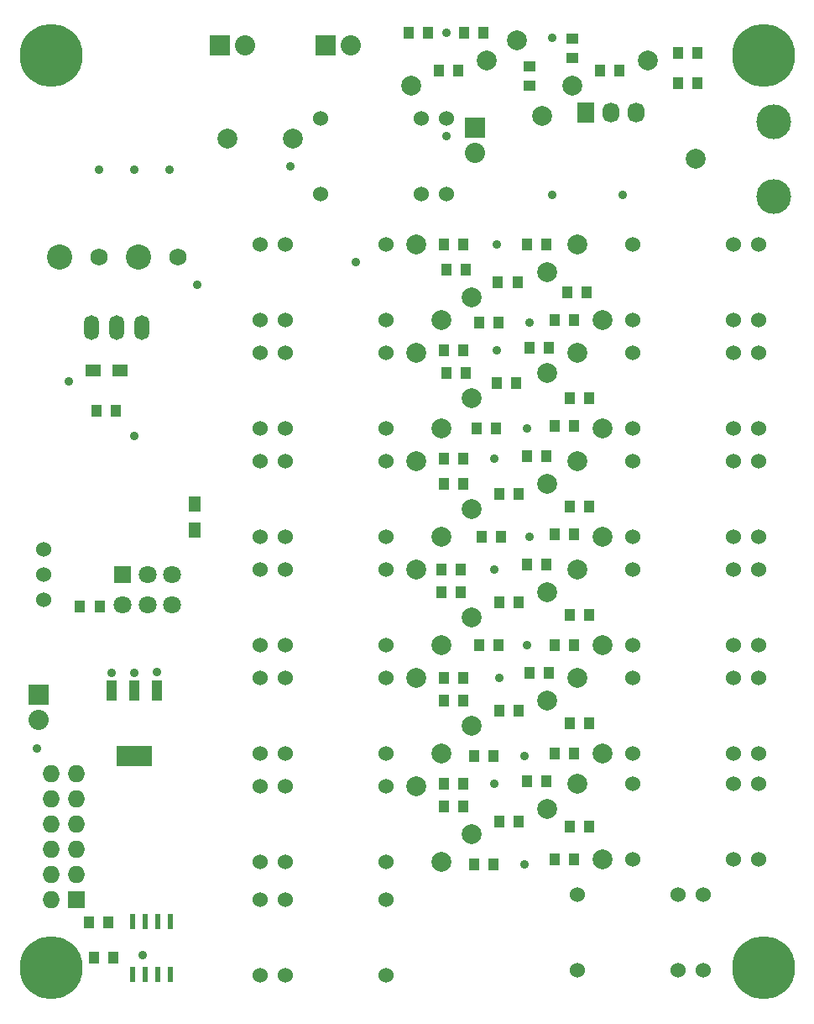
<source format=gts>
%FSLAX46Y46*%
G04 Gerber Fmt 4.6, Leading zero omitted, Abs format (unit mm)*
G04 Created by KiCad (PCBNEW (2014-10-27 BZR 5228)-product) date 07/09/2015 07:41:15*
%MOMM*%
G01*
G04 APERTURE LIST*
%ADD10C,0.100000*%
%ADD11R,1.000000X1.250000*%
%ADD12R,1.250000X1.000000*%
%ADD13C,3.500000*%
%ADD14C,2.000000*%
%ADD15C,1.524000*%
%ADD16C,6.350000*%
%ADD17R,2.032000X2.032000*%
%ADD18O,2.032000X2.032000*%
%ADD19O,1.501140X2.499360*%
%ADD20R,1.500000X1.300000*%
%ADD21C,2.540000*%
%ADD22C,1.727200*%
%ADD23C,1.998980*%
%ADD24R,1.300000X1.500000*%
%ADD25R,0.600000X1.550000*%
%ADD26R,1.727200X1.727200*%
%ADD27O,1.727200X1.727200*%
%ADD28R,3.657600X2.032000*%
%ADD29R,1.016000X2.032000*%
%ADD30R,1.800000X1.800000*%
%ADD31C,1.800000*%
%ADD32R,1.727200X2.032000*%
%ADD33O,1.727200X2.032000*%
%ADD34C,0.889000*%
G04 APERTURE END LIST*
D10*
D11*
X182388000Y-38862000D03*
X184388000Y-38862000D03*
X174514000Y-40640000D03*
X176514000Y-40640000D03*
D12*
X167386000Y-40148000D03*
X167386000Y-42148000D03*
D11*
X162798000Y-36830000D03*
X160798000Y-36830000D03*
X123460000Y-130048000D03*
X125460000Y-130048000D03*
X125714000Y-74930000D03*
X123714000Y-74930000D03*
X158766000Y-58166000D03*
X160766000Y-58166000D03*
D13*
X192024000Y-53330000D03*
X192024000Y-45730000D03*
D14*
X184224000Y-49530000D03*
D15*
X118364000Y-91440000D03*
X118364000Y-93980000D03*
X118364000Y-88900000D03*
D11*
X158766000Y-112522000D03*
X160766000Y-112522000D03*
X161020000Y-71120000D03*
X159020000Y-71120000D03*
X160766000Y-82296000D03*
X158766000Y-82296000D03*
X160512000Y-93218000D03*
X158512000Y-93218000D03*
X160766000Y-104140000D03*
X158766000Y-104140000D03*
D16*
X191008000Y-39116000D03*
X119126000Y-39116000D03*
X191008000Y-131064000D03*
X119126000Y-131064000D03*
D11*
X184388000Y-41910000D03*
X182388000Y-41910000D03*
D17*
X117856000Y-103505000D03*
D18*
X117856000Y-106045000D03*
D11*
X158766000Y-79756000D03*
X160766000Y-79756000D03*
X158512000Y-90932000D03*
X160512000Y-90932000D03*
X158766000Y-101854000D03*
X160766000Y-101854000D03*
X161020000Y-60706000D03*
X159020000Y-60706000D03*
X160766000Y-114808000D03*
X158766000Y-114808000D03*
X162322000Y-66040000D03*
X164322000Y-66040000D03*
D12*
X171704000Y-39354000D03*
X171704000Y-37354000D03*
D11*
X158766000Y-68834000D03*
X160766000Y-68834000D03*
X162068000Y-76708000D03*
X164068000Y-76708000D03*
X162576000Y-87630000D03*
X164576000Y-87630000D03*
X162322000Y-98552000D03*
X164322000Y-98552000D03*
X161814000Y-109728000D03*
X163814000Y-109728000D03*
X161814000Y-120650000D03*
X163814000Y-120650000D03*
X166227000Y-61976000D03*
X164227000Y-61976000D03*
X166100000Y-72136000D03*
X164100000Y-72136000D03*
X166354000Y-83312000D03*
X164354000Y-83312000D03*
X166354000Y-94234000D03*
X164354000Y-94234000D03*
X166354000Y-105156000D03*
X164354000Y-105156000D03*
X166354000Y-116332000D03*
X164354000Y-116332000D03*
X169148000Y-58166000D03*
X167148000Y-58166000D03*
X169402000Y-68580000D03*
X167402000Y-68580000D03*
X169148000Y-79502000D03*
X167148000Y-79502000D03*
X169148000Y-90424000D03*
X167148000Y-90424000D03*
X169402000Y-101346000D03*
X167402000Y-101346000D03*
X169148000Y-112268000D03*
X167148000Y-112268000D03*
X173212000Y-62992000D03*
X171212000Y-62992000D03*
X173466000Y-73660000D03*
X171466000Y-73660000D03*
X173466000Y-84582000D03*
X171466000Y-84582000D03*
X173466000Y-95504000D03*
X171466000Y-95504000D03*
X173466000Y-106426000D03*
X171466000Y-106426000D03*
X173466000Y-116840000D03*
X171466000Y-116840000D03*
X171942000Y-65786000D03*
X169942000Y-65786000D03*
X171942000Y-76454000D03*
X169942000Y-76454000D03*
X171942000Y-87376000D03*
X169942000Y-87376000D03*
X171942000Y-98552000D03*
X169942000Y-98552000D03*
X171942000Y-109474000D03*
X169942000Y-109474000D03*
X171942000Y-120142000D03*
X169942000Y-120142000D03*
D15*
X159004000Y-45466000D03*
X156464000Y-45466000D03*
X146304000Y-45466000D03*
X146304000Y-53086000D03*
X159004000Y-53086000D03*
X156464000Y-53086000D03*
X140208000Y-65786000D03*
X142748000Y-65786000D03*
X152908000Y-65786000D03*
X152908000Y-58166000D03*
X140208000Y-58166000D03*
X142748000Y-58166000D03*
X140208000Y-76708000D03*
X142748000Y-76708000D03*
X152908000Y-76708000D03*
X152908000Y-69088000D03*
X140208000Y-69088000D03*
X142748000Y-69088000D03*
X140208000Y-87630000D03*
X142748000Y-87630000D03*
X152908000Y-87630000D03*
X152908000Y-80010000D03*
X140208000Y-80010000D03*
X142748000Y-80010000D03*
X140208000Y-98552000D03*
X142748000Y-98552000D03*
X152908000Y-98552000D03*
X152908000Y-90932000D03*
X140208000Y-90932000D03*
X142748000Y-90932000D03*
X140208000Y-109474000D03*
X142748000Y-109474000D03*
X152908000Y-109474000D03*
X152908000Y-101854000D03*
X140208000Y-101854000D03*
X142748000Y-101854000D03*
X140208000Y-120396000D03*
X142748000Y-120396000D03*
X152908000Y-120396000D03*
X152908000Y-112776000D03*
X140208000Y-112776000D03*
X142748000Y-112776000D03*
X140208000Y-131826000D03*
X142748000Y-131826000D03*
X152908000Y-131826000D03*
X152908000Y-124206000D03*
X140208000Y-124206000D03*
X142748000Y-124206000D03*
X190500000Y-58166000D03*
X187960000Y-58166000D03*
X177800000Y-58166000D03*
X177800000Y-65786000D03*
X190500000Y-65786000D03*
X187960000Y-65786000D03*
X190500000Y-69088000D03*
X187960000Y-69088000D03*
X177800000Y-69088000D03*
X177800000Y-76708000D03*
X190500000Y-76708000D03*
X187960000Y-76708000D03*
X190500000Y-80010000D03*
X187960000Y-80010000D03*
X177800000Y-80010000D03*
X177800000Y-87630000D03*
X190500000Y-87630000D03*
X187960000Y-87630000D03*
X190500000Y-90932000D03*
X187960000Y-90932000D03*
X177800000Y-90932000D03*
X177800000Y-98552000D03*
X190500000Y-98552000D03*
X187960000Y-98552000D03*
X190500000Y-101854000D03*
X187960000Y-101854000D03*
X177800000Y-101854000D03*
X177800000Y-109474000D03*
X190500000Y-109474000D03*
X187960000Y-109474000D03*
X190500000Y-112522000D03*
X187960000Y-112522000D03*
X177800000Y-112522000D03*
X177800000Y-120142000D03*
X190500000Y-120142000D03*
X187960000Y-120142000D03*
D17*
X146812000Y-38100000D03*
D18*
X149352000Y-38100000D03*
D17*
X136144000Y-38100000D03*
D18*
X138684000Y-38100000D03*
D19*
X125730000Y-66548000D03*
X128270000Y-66548000D03*
X123190000Y-66548000D03*
D20*
X123364000Y-70866000D03*
X126064000Y-70866000D03*
D21*
X119984000Y-59436000D03*
D22*
X123984000Y-59436000D03*
D21*
X127984000Y-59436000D03*
D22*
X131984000Y-59436000D03*
D23*
X179324000Y-39624000D03*
X171704000Y-42164000D03*
X168656000Y-45212000D03*
X166116000Y-37592000D03*
X155956000Y-58166000D03*
X158496000Y-65786000D03*
X155956000Y-69088000D03*
X158496000Y-76708000D03*
X155956000Y-80010000D03*
X158496000Y-87630000D03*
X155956000Y-90932000D03*
X158496000Y-98552000D03*
X155956000Y-101854000D03*
X158496000Y-109474000D03*
X155956000Y-112776000D03*
X158496000Y-120396000D03*
X161544000Y-63500000D03*
X169164000Y-60960000D03*
X161544000Y-73660000D03*
X169164000Y-71120000D03*
X161544000Y-84836000D03*
X169164000Y-82296000D03*
X161544000Y-95758000D03*
X169164000Y-93218000D03*
X161544000Y-106680000D03*
X169164000Y-104140000D03*
X161544000Y-117602000D03*
X169164000Y-115062000D03*
X172212000Y-58166000D03*
X174752000Y-65786000D03*
X172212000Y-69088000D03*
X174752000Y-76708000D03*
X172212000Y-80010000D03*
X174752000Y-87630000D03*
X172212000Y-90932000D03*
X174752000Y-98552000D03*
X172212000Y-101854000D03*
X174752000Y-109474000D03*
X172212000Y-112522000D03*
X174752000Y-120142000D03*
D11*
X158258000Y-40640000D03*
X160258000Y-40640000D03*
X155210000Y-36830000D03*
X157210000Y-36830000D03*
D23*
X143507460Y-47498000D03*
X136908540Y-47498000D03*
X163068000Y-39624000D03*
X155448000Y-42164000D03*
D24*
X133604000Y-84248000D03*
X133604000Y-86948000D03*
D11*
X122952000Y-126492000D03*
X124952000Y-126492000D03*
D15*
X184912000Y-123698000D03*
X182372000Y-123698000D03*
X172212000Y-123698000D03*
X172212000Y-131318000D03*
X184912000Y-131318000D03*
X182372000Y-131318000D03*
D25*
X127381000Y-131732000D03*
X128651000Y-131732000D03*
X129921000Y-131732000D03*
X131191000Y-131732000D03*
X131191000Y-126332000D03*
X129921000Y-126332000D03*
X128651000Y-126332000D03*
X127381000Y-126332000D03*
D11*
X122063000Y-94615000D03*
X124063000Y-94615000D03*
D26*
X121666000Y-124206000D03*
D27*
X119126000Y-124206000D03*
X121666000Y-121666000D03*
X119126000Y-121666000D03*
X121666000Y-119126000D03*
X119126000Y-119126000D03*
X121666000Y-116586000D03*
X119126000Y-116586000D03*
X121666000Y-114046000D03*
X119126000Y-114046000D03*
X121666000Y-111506000D03*
X119126000Y-111506000D03*
D28*
X127508000Y-109728000D03*
D29*
X127508000Y-103124000D03*
X125222000Y-103124000D03*
X129794000Y-103124000D03*
D30*
X126365000Y-91440000D03*
D31*
X128865000Y-91440000D03*
X126365000Y-94440000D03*
X131365000Y-91440000D03*
X131365000Y-94440000D03*
X128865000Y-94440000D03*
D32*
X173101000Y-44831000D03*
D33*
X175641000Y-44831000D03*
X178181000Y-44831000D03*
D17*
X161925000Y-46355000D03*
D18*
X161925000Y-48895000D03*
D34*
X149860000Y-59944000D03*
X176784000Y-53166000D03*
X169672000Y-53166000D03*
X159004000Y-47244000D03*
X159004000Y-36830000D03*
X143256000Y-50292000D03*
X166878000Y-120650000D03*
X163830000Y-112522000D03*
X166878000Y-109728000D03*
X164338000Y-101854000D03*
X167132000Y-98552000D03*
X163830000Y-90932000D03*
X167386000Y-87630000D03*
X164084000Y-68834000D03*
X163830000Y-79756000D03*
X167132000Y-76708000D03*
X167386000Y-66040000D03*
X164084000Y-58166000D03*
X123952000Y-50562000D03*
X127508000Y-50562000D03*
X131064000Y-50562000D03*
X169672000Y-37338000D03*
X133858000Y-62230000D03*
X127508000Y-77470000D03*
X117729000Y-108966000D03*
X128397000Y-129794000D03*
X120904000Y-71962000D03*
X125222000Y-101346000D03*
X127508000Y-101346000D03*
X129794000Y-101219000D03*
M02*

</source>
